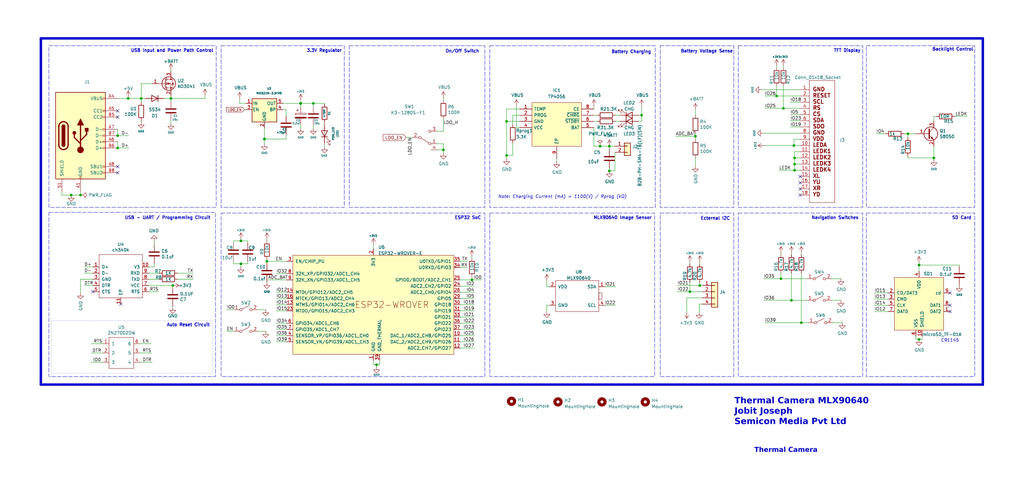
<source format=kicad_sch>
(kicad_sch (version 20230121) (generator eeschema)
  (paper "User" 419.989 205.003)
  (lib_symbols
    (symbol "Connector_Generic:Conn_01x02" (pin_names (offset 1.016) hide)
      (property "Reference" "J" (at 0 2.54 0))
      (property "Value" "Conn_01x02" (at 0 -5.08 0))
      (symbol "Conn_01x02_1_1"
        (pin passive line (at -5.08 0 0) (length 3.81) (name "Pin_1") (number "1"))
        (pin passive line (at -5.08 -2.54 0) (length 3.81) (name "Pin_2") (number "2"))
      )
    )
    (symbol "Connector_Generic:Conn_01x04" (pin_names (offset 1.016) hide)
      (property "Reference" "J" (at 0 5.08 0))
      (property "Value" "Conn_01x04" (at 0 -7.62 0))
      (symbol "Conn_01x04_1_1"
        (pin passive line (at -5.08 2.54 0) (length 3.81) (name "Pin_1") (number "1"))
        (pin passive line (at -5.08 0 0) (length 3.81) (name "Pin_2") (number "2"))
        (pin passive line (at -5.08 -2.54 0) (length 3.81) (name "Pin_3") (number "3"))
        (pin passive line (at -5.08 -5.08 0) (length 3.81) (name "Pin_4") (number "4"))
      )
    )
    (symbol "Device:C" (pin_numbers hide) (pin_names (offset 0.254))
      (property "Reference" "C" (at 0.635 2.54 0))
      (property "Value" "C" (at 0.635 -2.54 0))
      (symbol "C_1_1"
        (pin passive line (at 0 3.81 270) (length 2.794) (name "~") (number "1"))
        (pin passive line (at 0 -3.81 90) (length 2.794) (name "~") (number "2"))
      )
    )
    (symbol "Device:C_Polarized" (pin_numbers hide) (pin_names (offset 0.254))
      (property "Reference" "C" (at 0.635 2.54 0))
      (property "Value" "C_Polarized" (at 0.635 -2.54 0))
      (symbol "C_Polarized_1_1"
        (pin passive line (at 0 3.81 270) (length 2.794) (name "~") (number "1"))
        (pin passive line (at 0 -3.81 90) (length 2.794) (name "~") (number "2"))
      )
    )
    (symbol "Device:LED" (pin_numbers hide) (pin_names (offset 1.016) hide)
      (property "Reference" "D" (at 0 2.54 0))
      (property "Value" "LED" (at 0 -2.54 0))
      (symbol "LED_1_1"
        (pin passive line (at -3.81 0 0) (length 2.54) (name "K") (number "1"))
        (pin passive line (at 3.81 0 180) (length 2.54) (name "A") (number "2"))
      )
    )
    (symbol "Device:R" (pin_numbers hide) (pin_names (offset 0))
      (property "Reference" "R" (at 2.032 0 90))
      (property "Value" "R" (at 0 0 90))
      (symbol "R_1_1"
        (pin passive line (at 0 3.81 270) (length 1.27) (name "~") (number "1"))
        (pin passive line (at 0 -3.81 90) (length 1.27) (name "~") (number "2"))
      )
    )
    (symbol "Diode:US1A" (pin_numbers hide) (pin_names (offset 1.016) hide)
      (property "Reference" "D" (at 0 2.54 0))
      (property "Value" "US1A" (at 0 -2.54 0))
      (symbol "US1A_1_1"
        (pin passive line (at -3.81 0 0) (length 2.54) (name "K") (number "1"))
        (pin passive line (at 3.81 0 180) (length 2.54) (name "A") (number "2"))
      )
    )
    (symbol "ESP32_TouchDown:DMG3415U-7" (pin_names (offset 0) hide)
      (property "Reference" "Q" (at 5.08 1.27 0))
      (property "Value" "DMG3415U-7" (at 5.08 -1.27 0))
      (symbol "DMG3415U-7_1_1"
        (pin input line (at -5.08 0 0) (length 2.54) (name "G") (number "1"))
        (pin passive line (at 2.54 -5.08 90) (length 2.54) (name "S") (number "2"))
        (pin passive line (at 2.54 5.08 270) (length 2.54) (name "D") (number "3"))
      )
    )
    (symbol "ESP32_TouchDown:LGES8050" (pin_names (offset 0) hide)
      (property "Reference" "Q" (at 5.08 1.905 0))
      (property "Value" "LGES8050" (at 5.08 0 0))
      (symbol "LGES8050_1_1"
        (pin passive line (at -5.08 0 0) (length 5.08) (name "E") (number "1"))
        (pin input line (at 2.54 -5.08 90) (length 2.54) (name "B") (number "2"))
        (pin passive line (at 2.54 5.08 270) (length 2.54) (name "C") (number "3"))
      )
    )
    (symbol "ESP32_TouchDown:microSD_TF-01A" (pin_names (offset 1.016))
      (property "Reference" "SD" (at 0 17.78 0))
      (property "Value" "microSD_TF-01A" (at 12.7 -13.97 0))
      (symbol "microSD_TF-01A_1_1"
        (pin bidirectional line (at 12.7 -5.08 180) (length 2.54) (name "DAT2") (number "1"))
        (pin unspecified line (at 1.27 -15.24 90) (length 2.54) (name "SHIELD") (number "10"))
        (pin bidirectional line (at -12.7 2.54 0) (length 2.54) (name "CD/DAT3") (number "2"))
        (pin bidirectional line (at -12.7 0 0) (length 2.54) (name "CMD") (number "3"))
        (pin power_in line (at 0 11.43 270) (length 2.54) (name "VDD") (number "4"))
        (pin bidirectional line (at -12.7 -2.54 0) (length 2.54) (name "CLK") (number "5"))
        (pin power_out line (at -1.27 -15.24 90) (length 2.54) (name "VSS") (number "6"))
        (pin bidirectional line (at -12.7 -5.08 0) (length 2.54) (name "DAT0") (number "7"))
        (pin power_in line (at 12.7 -2.54 180) (length 2.54) (name "DAT1") (number "8"))
        (pin input line (at 12.7 2.54 180) (length 2.54) (name "cd") (number "9"))
      )
    )
    (symbol "Espressif:ESP32-WROOM-E" (pin_names (offset 1.016))
      (property "Reference" "U" (at -30.48 27.94 0))
      (property "Value" "ESP32-WROOM-E" (at -30.48 25.4 0))
      (symbol "ESP32-WROOM-E_1_1"
        (text "ESP32-­WROOM­" (at 5.08 -5.08 0) (effects (font (size 2.54 2.54))))
        (pin power_in line (at 0 -25.4 90) (length 2.54) (name "GND") (number "1"))
        (pin bidirectional line (at 33.02 -15.24 180) (length 2.54) (name "DAC_1/ADC2_CH8/GPIO25") (number "10"))
        (pin bidirectional line (at 33.02 -17.78 180) (length 2.54) (name "DAC_2/ADC2_CH9/GPIO26") (number "11"))
        (pin bidirectional line (at 33.02 -20.32 180) (length 2.54) (name "ADC2_CH7/GPIO27") (number "12"))
        (pin bidirectional line (at -33.02 2.54 0) (length 2.54) (name "MTMS/GPIO14/ADC2_CH6") (number "13"))
        (pin bidirectional line (at -33.02 7.62 0) (length 2.54) (name "MTDI/GPIO12/ADC2_CH5") (number "14"))
        (pin passive line (at 0 -25.4 90) (length 2.54) hide (name "GND") (number "15"))
        (pin bidirectional line (at -33.02 5.08 0) (length 2.54) (name "MTCK/GPIO13/ADC2_CH4") (number "16"))
        (pin power_in line (at 0 25.4 270) (length 2.54) (name "3V3") (number "2"))
        (pin bidirectional line (at -33.02 0 0) (length 2.54) (name "MTDO/GPIO15/ADC2_CH3") (number "23"))
        (pin bidirectional line (at 33.02 10.16 180) (length 2.54) (name "ADC2_CH2/GPIO2") (number "24"))
        (pin bidirectional line (at 33.02 12.7 180) (length 2.54) (name "GPIO0/BOOT/ADC2_CH1") (number "25"))
        (pin bidirectional line (at 33.02 7.62 180) (length 2.54) (name "ADC2_CH0/GPIO4") (number "26"))
        (pin bidirectional line (at 33.02 2.54 180) (length 2.54) (name "GPIO16") (number "27"))
        (pin bidirectional line (at 33.02 0 180) (length 2.54) (name "GPIO17") (number "28"))
        (pin bidirectional line (at 33.02 5.08 180) (length 2.54) (name "GPIO5") (number "29"))
        (pin input line (at -33.02 20.32 0) (length 2.54) (name "EN/CHIP_PU") (number "3"))
        (pin bidirectional line (at 33.02 -2.54 180) (length 2.54) (name "GPIO18") (number "30"))
        (pin bidirectional line (at 33.02 -5.08 180) (length 2.54) (name "GPIO19") (number "31"))
        (pin bidirectional line (at 33.02 -7.62 180) (length 2.54) (name "GPIO21") (number "33"))
        (pin bidirectional line (at 33.02 17.78 180) (length 2.54) (name "U0RXD/GPIO3") (number "34"))
        (pin bidirectional line (at 33.02 20.32 180) (length 2.54) (name "U0TXD/GPIO1") (number "35"))
        (pin bidirectional line (at 33.02 -10.16 180) (length 2.54) (name "GPIO22") (number "36"))
        (pin bidirectional line (at 33.02 -12.7 180) (length 2.54) (name "GPIO23") (number "37"))
        (pin passive line (at 0 -25.4 90) (length 2.54) hide (name "GND") (number "38"))
        (pin power_in line (at 2.54 -25.4 90) (length 2.54) (name "GND_THERMAL") (number "39"))
        (pin input line (at -33.02 -10.16 0) (length 2.54) (name "SENSOR_VP/GPIO36/ADC1_CH0") (number "4"))
        (pin input line (at -33.02 -12.7 0) (length 2.54) (name "SENSOR_VN/GPIO39/ADC1_CH3") (number "5"))
        (pin input line (at -33.02 -5.08 0) (length 2.54) (name "GPIO34/ADC1_CH6") (number "6"))
        (pin input line (at -33.02 -7.62 0) (length 2.54) (name "GPIO35/ADC1_CH7") (number "7"))
        (pin bidirectional line (at -33.02 15.24 0) (length 2.54) (name "32K_XP/GPIO32/ADC1_CH4") (number "8"))
        (pin bidirectional line (at -33.02 12.7 0) (length 2.54) (name "32K_XN/GPIO33/ADC1_CH5") (number "9"))
      )
    )
    (symbol "Espressif:ESP32-WROVER-E" (pin_names (offset 1.016))
      (property "Reference" "U" (at -30.48 25.4 0))
      (property "Value" "ESP32-WROVER-E" (at -30.48 22.86 0))
      (symbol "ESP32-WROVER-E_1_1"
        (text "ESP32-­WROVER" (at 7.62 0 0) (effects (font (size 2.54 2.54))))
        (pin power_in line (at 0 -22.86 90) (length 2.54) (name "GND") (number "1"))
        (pin bidirectional line (at 35.56 -12.7 180) (length 2.54) (name "DAC_1/ADC2_CH8/GPIO25") (number "10"))
        (pin bidirectional line (at 35.56 -15.24 180) (length 2.54) (name "DAC_2/ADC2_CH9/GPIO26") (number "11"))
        (pin bidirectional line (at 35.56 -17.78 180) (length 2.54) (name "ADC2_CH7/GPIO27") (number "12"))
        (pin bidirectional line (at -35.56 0 0) (length 2.54) (name "MTMS/GPIO14/ADC2_CH6") (number "13"))
        (pin bidirectional line (at -35.56 5.08 0) (length 2.54) (name "MTDI/GPIO12/ADC2_CH5") (number "14"))
        (pin passive line (at 0 -22.86 90) (length 2.54) hide (name "GND") (number "15"))
        (pin bidirectional line (at -35.56 2.54 0) (length 2.54) (name "MTCK/GPIO13/ADC2_CH4") (number "16"))
        (pin power_in line (at 0 22.86 270) (length 2.54) (name "3V3") (number "2"))
        (pin bidirectional line (at -35.56 -2.54 0) (length 2.54) (name "MTDO/GPIO15/ADC2_CH3") (number "23"))
        (pin bidirectional line (at 35.56 7.62 180) (length 2.54) (name "ADC2_CH2/GPIO2") (number "24"))
        (pin bidirectional line (at 35.56 10.16 180) (length 2.54) (name "GPIO0/BOOT/ADC2_CH1") (number "25"))
        (pin bidirectional line (at 35.56 5.08 180) (length 2.54) (name "ADC2_CH0/GPIO4") (number "26"))
        (pin bidirectional line (at 35.56 2.54 180) (length 2.54) (name "GPIO5") (number "29"))
        (pin input line (at -35.56 17.78 0) (length 2.54) (name "EN/CHIP_PU") (number "3"))
        (pin bidirectional line (at 35.56 0 180) (length 2.54) (name "GPIO18") (number "30"))
        (pin bidirectional line (at 35.56 -2.54 180) (length 2.54) (name "GPIO19") (number "31"))
        (pin bidirectional line (at 35.56 -5.08 180) (length 2.54) (name "GPIO21") (number "33"))
        (pin bidirectional line (at 35.56 15.24 180) (length 2.54) (name "U0RXD/GPIO3") (number "34"))
        (pin bidirectional line (at 35.56 17.78 180) (length 2.54) (name "U0TXD/GPIO1") (number "35"))
        (pin bidirectional line (at 35.56 -7.62 180) (length 2.54) (name "GPIO22") (number "36"))
        (pin bidirectional line (at 35.56 -10.16 180) (length 2.54) (name "GPIO23") (number "37"))
        (pin passive line (at 0 -22.86 90) (length 2.54) hide (name "GND") (number "38"))
        (pin power_in line (at 2.54 -22.86 90) (length 2.54) (name "GND_THERMAL") (number "39"))
        (pin input line (at -35.56 -12.7 0) (length 2.54) (name "SENSOR_VP/GPIO36/ADC1_CH0") (number "4"))
        (pin input line (at -35.56 -15.24 0) (length 2.54) (name "SENSOR_VN/GPIO39/ADC1_CH3") (number "5"))
        (pin input line (at -35.56 -7.62 0) (length 2.54) (name "GPIO34/ADC1_CH6") (number "6"))
        (pin input line (at -35.56 -10.16 0) (length 2.54) (name "GPIO35/ADC1_CH7") (number "7"))
        (pin bidirectional line (at -35.56 12.7 0) (length 2.54) (name "32K_XP/GPIO32/ADC1_CH4") (number "8"))
        (pin bidirectional line (at -35.56 10.16 0) (length 2.54) (name "32K_XN/GPIO33/ADC1_CH5") (number "9"))
      )
    )
    (symbol "ILI9341:ILI9341" (pin_names (offset 1.016) hide)
      (property "Reference" "J" (at 1.27 22.86 0))
      (property "Value" "Conn_01x18_Socket" (at 0 -25.4 0))
      (symbol "ILI9341_1_1"
        (text "GND\nRESET\nSCL\nRS\nCS\nSDA\nSDO\nGND\nVDD\nLEDA\nLEDK1\nLEDK2\nLEDK3\nLEDK4\nXL\nYU\nXR\nYD" (at 1.27 -1.016 0) (effects (font (size 1.5748 1.5748) bold) (justify left)))
        (pin passive line (at -3.81 20.32 0) (length 3.81) (name "GND") (number "1"))
        (pin passive line (at -3.81 -2.54 0) (length 3.81) (name "LEDA") (number "10"))
        (pin passive line (at -3.81 -5.08 0) (length 3.81) (name "LEDK1") (number "11"))
        (pin passive line (at -3.81 -7.62 0) (length 3.81) (name "LEDK2") (number "12"))
        (pin passive line (at -3.81 -10.16 0) (length 3.81) (name "LEDK3") (number "13"))
        (pin passive line (at -3.81 -12.7 0) (length 3.81) (name "LEDK4") (number "14"))
        (pin passive line (at -3.81 -15.24 0) (length 3.81) (name "XL") (number "15"))
        (pin passive line (at -3.81 -17.78 0) (length 3.81) (name "YU") (number "16"))
        (pin passive line (at -3.81 -20.32 0) (length 3.81) (name "XR") (number "17"))
        (pin passive line (at -3.81 -22.86 0) (length 3.81) (name "YD") (number "18"))
        (pin passive line (at -3.81 17.78 0) (length 3.81) (name "RESET") (number "2"))
        (pin passive line (at -3.81 15.24 0) (length 3.81) (name "SCL") (number "3"))
        (pin passive line (at -3.81 12.7 0) (length 3.81) (name "RS") (number "4"))
        (pin passive line (at -3.81 10.16 0) (length 3.81) (name "CS") (number "5"))
        (pin passive line (at -3.81 7.62 0) (length 3.81) (name "SDA") (number "6"))
        (pin passive line (at -3.81 5.08 0) (length 3.81) (name "SDO") (number "7"))
        (pin passive line (at -3.81 2.54 0) (length 3.81) (name "GND") (number "8"))
        (pin passive line (at -3.81 0 0) (length 3.81) (name "VDD") (number "9"))
      )
    )
    (symbol "MLX90640:MLX90640" (pin_names (offset 1.016))
      (property "Reference" "U" (at 0 -1.27 0))
      (property "Value" "MLX90640" (at 0 1.27 0))
      (symbol "MLX90640_1_1"
        (pin bidirectional line (at 11.43 3.81 180) (length 2.54) (name "SDA") (number "1"))
        (pin power_in line (at -11.43 3.81 0) (length 2.54) (name "VDD") (number "2"))
        (pin power_in line (at -11.43 -3.81 0) (length 2.54) (name "GND") (number "3"))
        (pin bidirectional line (at 11.43 -3.81 180) (length 2.54) (name "SCL") (number "4"))
      )
    )
    (symbol "Mechanical:MountingHole" (pin_names (offset 1.016))
      (property "Reference" "H" (at 0 5.08 0))
      (property "Value" "MountingHole" (at 0 3.175 0))
    )
    (symbol "Regulator_Linear:MIC5219-3.3YM5" (pin_names (offset 0.254))
      (property "Reference" "U" (at -3.81 5.715 0))
      (property "Value" "MIC5219-3.3YM5" (at 0 5.715 0))
      (symbol "MIC5219-3.3YM5_1_1"
        (pin power_in line (at -7.62 2.54 0) (length 2.54) (name "IN") (number "1"))
        (pin power_in line (at 0 -7.62 90) (length 2.54) (name "GND") (number "2"))
        (pin input line (at -7.62 0 0) (length 2.54) (name "EN") (number "3"))
        (pin input line (at 7.62 0 180) (length 2.54) (name "BP") (number "4"))
        (pin power_out line (at 7.62 2.54 180) (length 2.54) (name "OUT") (number "5"))
      )
    )
    (symbol "Switch:SW_SPDT" (pin_names (offset 0) hide)
      (property "Reference" "SW3" (at -6.35 -12.7 0))
      (property "Value" "K3-1280S-F1 " (at -6.35 -10.16 0))
      (symbol "SW_SPDT_1_1"
        (pin passive line (at 5.08 2.54 180) (length 2.54) (name "A") (number "1"))
        (pin passive line (at -5.08 0 0) (length 2.54) (name "B") (number "2"))
        (pin passive line (at 5.08 -2.54 180) (length 2.54) (name "C") (number "3"))
        (pin input line (at 5.08 5.08 180) (length 2.54) (name "4") (number "4"))
      )
    )
    (symbol "Switch:SW_SPST" (pin_names (offset 0) hide)
      (property "Reference" "SW" (at 0 3.175 0))
      (property "Value" "SW_SPST" (at 0 -2.54 0))
      (symbol "SW_SPST_1_1"
        (pin passive line (at -5.08 0 0) (length 2.54) (name "A") (number "1"))
        (pin passive line (at 5.08 0 180) (length 2.54) (name "B") (number "2"))
      )
    )
    (symbol "TP4056-42-ESOP8:TP4056-42-ESOP8" (pin_names (offset 0.762))
      (property "Reference" "IC?" (at 15.24 7.62 0))
      (property "Value" "TP4056" (at 15.24 5.08 0))
      (symbol "TP4056-42-ESOP8_0_0"
        (pin passive line (at 0 0 0) (length 5.08) (name "TEMP") (number "1"))
        (pin passive line (at 0 -2.54 0) (length 5.08) (name "PROG") (number "2"))
        (pin passive line (at 0 -5.08 0) (length 5.08) (name "GND") (number "3"))
        (pin passive line (at 0 -7.62 0) (length 5.08) (name "VCC") (number "4"))
        (pin passive line (at 30.48 -7.62 180) (length 5.08) (name "BAT") (number "5"))
        (pin passive line (at 30.48 -5.08 180) (length 5.08) (name "~{STDBY}") (number "6"))
        (pin passive line (at 30.48 -2.54 180) (length 5.08) (name "~{CHRG}") (number "7"))
        (pin passive line (at 30.48 0 180) (length 5.08) (name "CE") (number "8"))
        (pin passive line (at 15.24 -20.32 90) (length 5.08) (name "EP") (number "9"))
      )
    )
    (symbol "downloader-rescue:DDC114TU-7-F-my" (pin_names (offset 1.016))
      (property "Reference" "U" (at 0 10.16 0))
      (property "Value" "DDC114TU-7-F-my" (at 0 7.62 0))
      (symbol "DDC114TU-7-F-my_1_1"
        (pin passive line (at -7.62 3.81 0) (length 2.54) (name "1") (number "1"))
        (pin passive line (at -7.62 0 0) (length 2.54) (name "2") (number "2"))
        (pin passive line (at -7.62 -3.81 0) (length 2.54) (name "3") (number "3"))
        (pin passive line (at 7.62 -3.81 180) (length 2.54) (name "4") (number "4"))
        (pin passive line (at 7.62 0 180) (length 2.54) (name "5") (number "5"))
        (pin passive line (at 7.62 3.81 180) (length 2.54) (name "6") (number "6"))
      )
    )
    (symbol "downloader-rescue:USB_C_Receptacle_USB2.0-Connector" (pin_names (offset 1.016))
      (property "Reference" "J" (at -10.16 19.05 0))
      (property "Value" "USB_C_Receptacle_USB2.0-Connector" (at 19.05 19.05 0))
      (symbol "USB_C_Receptacle_USB2.0-Connector_1_1"
        (pin power_in line (at 0 -22.86 90) (length 5.08) (name "GND") (number "A1"))
        (pin passive line (at 0 -22.86 90) (length 5.08) hide (name "GND") (number "A12"))
        (pin power_in line (at 15.24 15.24 180) (length 5.08) (name "VBUS") (number "A4"))
        (pin bidirectional line (at 15.24 10.16 180) (length 5.08) (name "CC1") (number "A5"))
        (pin bidirectional line (at 15.24 -2.54 180) (length 5.08) (name "D+") (number "A6"))
        (pin bidirectional line (at 15.24 2.54 180) (length 5.08) (name "D-") (number "A7"))
        (pin bidirectional line (at 15.24 -12.7 180) (length 5.08) (name "SBU1") (number "A8"))
        (pin passive line (at 15.24 15.24 180) (length 5.08) hide (name "VBUS") (number "A9"))
        (pin passive line (at 0 -22.86 90) (length 5.08) hide (name "GND") (number "B1"))
        (pin passive line (at 0 -22.86 90) (length 5.08) hide (name "GND") (number "B12"))
        (pin passive line (at 15.24 15.24 180) (length 5.08) hide (name "VBUS") (number "B4"))
        (pin bidirectional line (at 15.24 7.62 180) (length 5.08) (name "CC2") (number "B5"))
        (pin bidirectional line (at 15.24 -5.08 180) (length 5.08) (name "D+") (number "B6"))
        (pin bidirectional line (at 15.24 0 180) (length 5.08) (name "D-") (number "B7"))
        (pin bidirectional line (at 15.24 -15.24 180) (length 5.08) (name "SBU2") (number "B8"))
        (pin passive line (at 15.24 15.24 180) (length 5.08) hide (name "VBUS") (number "B9"))
        (pin passive line (at -7.62 -22.86 90) (length 5.08) (name "SHIELD") (number "S1"))
      )
    )
    (symbol "downloader-rescue:ch340k-my" (pin_names (offset 1.016))
      (property "Reference" "U" (at 0 12.7 0))
      (property "Value" "ch340k-my" (at 0 10.16 0))
      (symbol "ch340k-my_1_1"
        (pin passive line (at -11.43 3.81 0) (length 2.54) (name "D+") (number "1"))
        (pin passive line (at 11.43 3.81 180) (length 2.54) (name "V3") (number "10"))
        (pin input line (at 0 -11.43 90) (length 2.54) (name "EP") (number "11"))
        (pin passive line (at -11.43 1.27 0) (length 2.54) (name "D-") (number "2"))
        (pin passive line (at -11.43 -1.27 0) (length 2.54) (name "GND") (number "3"))
        (pin passive line (at -11.43 -3.81 0) (length 2.54) (name "DTR") (number "4"))
        (pin passive line (at -11.43 -6.35 0) (length 2.54) (name "CTS") (number "5"))
        (pin passive line (at 11.43 -6.35 180) (length 2.54) (name "RTS") (number "6"))
        (pin passive line (at 11.43 -3.81 180) (length 2.54) (name "VCC") (number "7"))
        (pin passive line (at 11.43 -1.27 180) (length 2.54) (name "TXD") (number "8"))
        (pin passive line (at 11.43 1.27 180) (length 2.54) (name "RXD") (number "9"))
      )
    )
    (symbol "power:+3V3" (power) (pin_names (offset 0))
      (property "Value" "+3V3" (at 0 3.556 0))
      (symbol "+3V3_1_1"
        (pin power_in line (at 0 0 90) (length 0) hide (name "+3V3") (number "1"))
      )
    )
    (symbol "power:+5V" (power) (pin_names (offset 0))
      (property "Value" "+5V" (at 0 3.556 0))
      (symbol "+5V_1_1"
        (pin power_in line (at 0 0 90) (length 0) hide (name "+5V") (number "1"))
      )
    )
    (symbol "power:+BATT" (power) (pin_names (offset 0))
      (property "Value" "+BATT" (at 0 3.556 0))
      (symbol "+BATT_1_1"
        (pin power_in line (at 0 0 90) (length 0) hide (name "+BATT") (number "1"))
      )
    )
    (symbol "power:GND" (power) (pin_names (offset 0))
      (property "Value" "GND" (at 0 -3.81 0))
      (symbol "GND_1_1"
        (pin power_in line (at 0 0 270) (length 0) hide (name "GND") (number "1"))
      )
    )
    (symbol "power:PWR_FLAG" (power) (pin_numbers hide) (pin_names (offset 0) hide)
      (property "Value" "PWR_FLAG" (at 0 3.81 0))
      (symbol "PWR_FLAG_0_0"
        (pin power_out line (at 0 0 90) (length 0) (name "pwr") (number "1"))
      )
    )
    (symbol "power:VBUS" (power) (pin_names (offset 0))
      (property "Value" "VBUS" (at 0 3.81 0))
      (symbol "VBUS_1_1"
        (pin power_in line (at 0 0 90) (length 0) hide (name "VBUS") (number "1"))
      )
    )
  )
  (junction (at 376.936 108.712))
  (junction (at 33.02 80.01))
  (junction (at 249.936 59.944))
  (junction (at 246.126 59.944))
  (junction (at 98.806 108.204))
  (junction (at 154.432 149.606))
  (junction (at 320.294 114.3))
  (junction (at 321.31 44.45))
  (junction (at 325.882 64.77))
  (junction (at 108.458 57.023) (diameter 1.016))
  (junction (at 287.02 117.094))
  (junction (at 98.806 98.806))
  (junction (at 29.21 80.01))
  (junction (at 109.474 107.188))
  (junction (at 123.317 42.418) (diameter 1.016))
  (junction (at 324.612 123.19))
  (junction (at 328.676 132.334))
  (junction (at 48.26 55.626))
  (junction (at 325.882 67.31))
  (junction (at 285.242 55.88))
  (junction (at 282.956 119.634))
  (junction (at 70.866 117.094))
  (junction (at 207.772 63.754))
  (junction (at 383.032 64.77))
  (junction (at 193.548 114.808))
  (junction (at 372.364 54.864))
  (junction (at 249.936 70.104))
  (junction (at 57.912 40.386))
  (junction (at 263.144 47.244))
  (junction (at 70.104 40.386))
  (junction (at 325.882 69.85))
  (junction (at 63.754 328.676))
  (junction (at 181.864 61.468))
  (junction (at 207.772 49.784))
  (junction (at 318.516 39.37))
  (junction (at 48.26 60.706))
  (junction (at 325.628 59.69))
  (junction (at 376.936 139.192))
  (junction (at 128.524 42.418))
  (junction (at 52.578 40.386))
  (no_connect (at 389.636 125.222))
  (no_connect (at 48.26 48.006))
  (no_connect (at 48.26 45.466))
  (no_connect (at 328.168 74.93))
  (no_connect (at 49.53 124.714))
  (no_connect (at 328.168 80.01))
  (no_connect (at 328.168 72.39))
  (no_connect (at 389.636 120.142))
  (no_connect (at 95.504 299.974))
  (no_connect (at 48.26 68.326))
  (no_connect (at 48.26 70.866))
  (no_connect (at 38.1 119.634))
  (no_connect (at 389.636 127.762))
  (no_connect (at 328.168 77.47))
  (no_connect (at 95.504 302.514))
  (wire (pts (xy 282.956 115.824) (xy 282.956 119.634)))
  (wire (pts (xy 57.912 40.386) (xy 57.912 41.91)))
  (wire (pts (xy 228.346 66.294) (xy 228.346 65.024)))
  (wire (pts (xy 194.564 132.588) (xy 188.722 132.588)))
  (wire (pts (xy 48.26 58.166) (xy 48.26 60.706)))
  (polyline (pts (xy 403.098 15.748) (xy 403.098 157.734)) (stroke (width 1)))
  (wire (pts (xy 98.806 98.044) (xy 98.806 98.806)))
  (wire (pts (xy 372.364 64.77) (xy 383.032 64.77)))
  (wire (pts (xy 207.772 63.754) (xy 207.772 65.024)))
  (wire (pts (xy 101.346 315.214) (xy 95.504 315.214)))
  (wire (pts (xy 277.876 119.634) (xy 282.956 119.634)))
  (wire (pts (xy 113.284 119.888) (xy 117.602 119.888)))
  (wire (pts (xy 25.146 297.434) (xy 29.464 297.434)))
  (wire (pts (xy 101.346 289.814) (xy 95.504 289.814)))
  (wire (pts (xy 181.864 48.768) (xy 181.864 53.848)))
  (wire (pts (xy 393.446 117.094) (xy 393.446 116.84)))
  (wire (pts (xy 100.33 44.958) (xy 100.838 44.958)))
  (wire (pts (xy 113.284 124.968) (xy 117.602 124.968)))
  (wire (pts (xy 153.162 149.606) (xy 154.432 149.606)))
  (wire (pts (xy 62.484 276.098) (xy 62.484 277.114)))
  (wire (pts (xy 109.474 107.188) (xy 109.474 107.95)))
  (wire (pts (xy 324.612 103.632) (xy 324.612 104.394)))
  (wire (pts (xy 60.96 117.094) (xy 70.866 117.094)))
  (wire (pts (xy 101.346 320.294) (xy 95.504 320.294)))
  (wire (pts (xy 341.63 132.334) (xy 345.44 132.334)))
  (wire (pts (xy 375.666 139.192) (xy 376.936 139.192)))
  (wire (pts (xy 285.242 68.072) (xy 285.242 64.77)))
  (wire (pts (xy 57.404 140.97) (xy 61.976 140.97)))
  (wire (pts (xy 372.364 64.008) (xy 372.364 64.77)))
  (wire (pts (xy 318.516 39.37) (xy 328.168 39.37)))
  (wire (pts (xy 288.036 117.094) (xy 287.02 117.094)))
  (wire (pts (xy 325.882 64.77) (xy 328.168 64.77)))
  (wire (pts (xy 25.146 282.194) (xy 29.464 282.194)))
  (wire (pts (xy 287.02 115.824) (xy 287.02 117.094)))
  (wire (pts (xy 213.106 52.324) (xy 211.836 52.324)))
  (wire (pts (xy 243.586 47.244) (xy 244.856 47.244)))
  (wire (pts (xy 318.516 35.306) (xy 318.516 39.37)))
  (wire (pts (xy 113.284 137.668) (xy 117.602 137.668)))
  (wire (pts (xy 325.882 62.23) (xy 325.882 64.77)))
  (wire (pts (xy 372.364 54.864) (xy 372.364 56.388)))
  (wire (pts (xy 101.346 305.054) (xy 95.504 305.054)))
  (wire (pts (xy 60.96 112.014) (xy 65.278 112.014)))
  (wire (pts (xy 123.317 42.418) (xy 128.524 42.418)))
  (wire (pts (xy 25.4 78.486) (xy 25.4 80.01)))
  (wire (pts (xy 277.114 55.88) (xy 285.242 55.88)))
  (wire (pts (xy 101.346 294.894) (xy 95.504 294.894)))
  (wire (pts (xy 48.26 55.626) (xy 52.832 55.626)))
  (wire (pts (xy 285.242 55.88) (xy 285.242 57.15)))
  (wire (pts (xy 359.41 54.864) (xy 363.22 54.864)))
  (wire (pts (xy 325.628 59.69) (xy 328.168 59.69)))
  (wire (pts (xy 194.564 117.348) (xy 188.722 117.348)))
  (wire (pts (xy 113.284 135.128) (xy 117.602 135.128)))
  (wire (pts (xy 63.754 328.676) (xy 63.754 330.2)))
  (wire (pts (xy 341.122 123.19) (xy 344.932 123.19)))
  (wire (pts (xy 101.092 282.194) (xy 95.504 282.194)))
  (wire (pts (xy 109.474 106.426) (xy 109.474 107.188)))
  (wire (pts (xy 243.586 43.434) (xy 243.586 44.704)))
  (wire (pts (xy 383.032 47.752) (xy 383.032 49.784)))
  (wire (pts (xy 70.104 49.276) (xy 70.104 50.546)))
  (wire (pts (xy 249.936 70.104) (xy 249.936 68.834)))
  (wire (pts (xy 384.048 47.752) (xy 383.032 47.752)))
  (wire (pts (xy 344.932 114.3) (xy 341.122 114.3)))
  (wire (pts (xy 117.348 47.498) (xy 117.348 44.958)))
  (wire (pts (xy 282.956 119.634) (xy 288.036 119.634)))
  (wire (pts (xy 383.032 65.532) (xy 383.032 64.77)))
  (wire (pts (xy 153.162 100.33) (xy 153.162 102.108)))
  (wire (pts (xy 321.31 44.45) (xy 328.168 44.45)))
  (wire (pts (xy 194.564 127.508) (xy 188.722 127.508)))
  (wire (pts (xy 194.564 137.668) (xy 188.722 137.668)))
  (wire (pts (xy 84.074 40.386) (xy 70.104 40.386)))
  (wire (pts (xy 358.648 122.682) (xy 364.236 122.682)))
  (wire (pts (xy 25.146 307.594) (xy 29.464 307.594)))
  (wire (pts (xy 70.104 39.37) (xy 70.104 40.386)))
  (wire (pts (xy 123.317 42.418) (xy 123.317 43.688)))
  (wire (pts (xy 57.912 34.29) (xy 57.912 40.386)))
  (wire (pts (xy 101.346 312.674) (xy 95.504 312.674)))
  (wire (pts (xy 154.432 149.606) (xy 154.432 150.368)))
  (wire (pts (xy 324.612 112.014) (xy 324.612 123.19)))
  (wire (pts (xy 33.02 114.554) (xy 33.02 120.142)))
  (wire (pts (xy 281.686 128.016) (xy 281.686 122.174)))
  (wire (pts (xy 101.346 317.754) (xy 95.504 317.754)))
  (wire (pts (xy 105.918 135.89) (xy 108.966 135.89)))
  (wire (pts (xy 52.578 40.386) (xy 57.912 40.386)))
  (wire (pts (xy 287.02 117.094) (xy 277.876 117.094)))
  (wire (pts (xy 324.104 49.53) (xy 328.168 49.53)))
  (wire (pts (xy 117.348 44.958) (xy 116.078 44.958)))
  (wire (pts (xy 101.6 108.204) (xy 101.6 107.188)))
  (wire (pts (xy 194.564 142.748) (xy 188.722 142.748)))
  (wire (pts (xy 364.236 120.142) (xy 358.648 120.142)))
  (wire (pts (xy 42.164 144.78) (xy 37.338 144.78)))
  (wire (pts (xy 282.956 107.442) (xy 282.956 108.204)))
  (wire (pts (xy 109.474 98.044) (xy 109.474 98.806)))
  (wire (pts (xy 25.146 312.674) (xy 29.464 312.674)))
  (wire (pts (xy 191.77 107.188) (xy 188.722 107.188)))
  (wire (pts (xy 109.474 107.188) (xy 117.602 107.188)))
  (wire (pts (xy 25.146 310.134) (xy 29.464 310.134)))
  (wire (pts (xy 113.284 112.268) (xy 117.602 112.268)))
  (wire (pts (xy 48.26 60.706) (xy 52.832 60.706)))
  (wire (pts (xy 210.312 51.054) (xy 210.312 47.244)))
  (wire (pts (xy 243.586 49.784) (xy 244.856 49.784)))
  (wire (pts (xy 194.564 124.968) (xy 188.722 124.968)))
  (wire (pts (xy 224.282 125.222) (xy 224.282 127.762)))
  (wire (pts (xy 48.26 53.086) (xy 48.26 55.626)))
  (wire (pts (xy 194.564 130.048) (xy 188.722 130.048)))
  (wire (pts (xy 328.676 112.014) (xy 328.676 132.334)))
  (wire (pts (xy 376.936 107.696) (xy 376.936 108.712)))
  (wire (pts (xy 155.702 147.828) (xy 155.702 149.606)))
  (wire (pts (xy 252.222 62.484) (xy 252.222 70.104)))
  (wire (pts (xy 98.298 42.418) (xy 100.838 42.418)))
  (wire (pts (xy 285.242 44.958) (xy 285.242 47.244)))
  (wire (pts (xy 193.548 105.156) (xy 193.548 105.918)))
  (wire (pts (xy 25.146 299.974) (xy 29.464 299.974)))
  (wire (pts (xy 281.686 122.174) (xy 288.036 122.174)))
  (wire (pts (xy 325.882 64.77) (xy 325.882 67.31)))
  (wire (pts (xy 383.032 64.77) (xy 383.032 59.944)))
  (wire (pts (xy 321.31 35.306) (xy 321.31 44.45)))
  (wire (pts (xy 95.758 135.89) (xy 92.964 135.89)))
  (wire (pts (xy 70.104 28.702) (xy 70.104 29.21)))
  (wire (pts (xy 325.882 67.31) (xy 325.882 69.85)))
  (wire (pts (xy 101.092 284.734) (xy 95.504 284.734)))
  (wire (pts (xy 261.874 47.244) (xy 263.144 47.244)))
  (wire (pts (xy 63.246 100.33) (xy 63.246 99.06)))
  (wire (pts (xy 263.144 43.434) (xy 263.144 47.244)))
  (wire (pts (xy 101.346 307.594) (xy 95.504 307.594)))
  (wire (pts (xy 210.312 47.244) (xy 213.106 47.244)))
  (wire (pts (xy 320.294 114.3) (xy 330.962 114.3)))
  (wire (pts (xy 313.436 59.69) (xy 325.628 59.69)))
  (wire (pts (xy 210.312 63.754) (xy 207.772 63.754)))
  (wire (pts (xy 252.222 70.104) (xy 249.936 70.104)))
  (wire (pts (xy 25.4 80.01) (xy 29.21 80.01)))
  (wire (pts (xy 62.484 328.676) (xy 63.754 328.676)))
  (wire (pts (xy 194.564 119.888) (xy 188.722 119.888)))
  (wire (pts (xy 324.104 41.91) (xy 328.168 41.91)))
  (wire (pts (xy 108.966 127) (xy 105.918 127)))
  (wire (pts (xy 25.146 294.894) (xy 29.464 294.894)))
  (wire (pts (xy 155.702 149.606) (xy 154.432 149.606)))
  (wire (pts (xy 70.866 125.476) (xy 70.866 125.984)))
  (wire (pts (xy 38.1 114.554) (xy 33.02 114.554)))
  (wire (pts (xy 123.317 51.308) (xy 123.317 52.578)))
  (wire (pts (xy 331.47 132.334) (xy 328.676 132.334)))
  (wire (pts (xy 48.26 40.386) (xy 52.578 40.386)))
  (wire (pts (xy 113.284 132.588) (xy 117.602 132.588)))
  (wire (pts (xy 320.294 103.632) (xy 320.294 104.394)))
  (wire (pts (xy 98.298 40.386) (xy 98.298 42.418)))
  (wire (pts (xy 98.806 98.806) (xy 101.6 98.806)))
  (wire (pts (xy 128.524 43.688) (xy 128.524 42.418)))
  (wire (pts (xy 98.806 108.204) (xy 101.6 108.204)))
  (wire (pts (xy 287.02 107.442) (xy 287.02 108.204)))
  (wire (pts (xy 128.524 51.308) (xy 128.524 52.578)))
  (wire (pts (xy 252.476 117.602) (xy 248.158 117.602)))
  (wire (pts (xy 225.298 125.222) (xy 224.282 125.222)))
  (wire (pts (xy 123.317 41.148) (xy 123.317 42.418)))
  (wire (pts (xy 312.42 36.83) (xy 328.168 36.83)))
  (polyline (pts (xy 403.098 157.734) (xy 16.764 157.734)) (stroke (width 1)))
  (wire (pts (xy 113.284 122.428) (xy 117.602 122.428)))
  (wire (pts (xy 169.164 56.388) (xy 166.624 56.388)))
  (wire (pts (xy 330.962 123.19) (xy 324.612 123.19)))
  (wire (pts (xy 153.162 147.828) (xy 153.162 149.606)))
  (wire (pts (xy 98.806 108.204) (xy 98.806 109.474)))
  (wire (pts (xy 52.578 39.878) (xy 52.578 40.386)))
  (wire (pts (xy 63.754 328.676) (xy 65.024 328.676)))
  (wire (pts (xy 109.474 115.824) (xy 109.474 115.57)))
  (wire (pts (xy 375.412 54.864) (xy 372.364 54.864)))
  (wire (pts (xy 95.758 99.568) (xy 95.758 98.806)))
  (wire (pts (xy 179.324 58.928) (xy 181.864 58.928)))
  (wire (pts (xy 95.758 98.806) (xy 98.806 98.806)))
  (wire (pts (xy 181.864 61.468) (xy 181.864 62.738)))
  (polyline (pts (xy 16.764 15.748) (xy 403.098 15.748)) (stroke (width 1)))
  (wire (pts (xy 328.676 132.334) (xy 313.69 132.334)))
  (wire (pts (xy 211.836 43.434) (xy 211.836 52.324)))
  (wire (pts (xy 246.126 59.944) (xy 249.936 59.944)))
  (wire (pts (xy 318.516 26.924) (xy 318.516 27.686)))
  (wire (pts (xy 197.612 114.808) (xy 193.548 114.808)))
  (wire (pts (xy 207.772 49.784) (xy 207.772 63.754)))
  (wire (pts (xy 33.02 80.01) (xy 29.21 80.01)))
  (wire (pts (xy 191.77 109.728) (xy 188.722 109.728)))
  (wire (pts (xy 79.248 114.554) (xy 72.898 114.554)))
  (wire (pts (xy 101.346 297.434) (xy 95.504 297.434)))
  (wire (pts (xy 225.298 117.602) (xy 224.282 117.602)))
  (wire (pts (xy 133.096 42.672) (xy 133.096 42.418)))
  (wire (pts (xy 252.476 49.784) (xy 254.254 49.784)))
  (wire (pts (xy 249.936 59.944) (xy 252.222 59.944)))
  (wire (pts (xy 62.484 327.914) (xy 62.484 328.676)))
  (wire (pts (xy 261.874 49.784) (xy 263.144 49.784)))
  (wire (pts (xy 378.206 139.192) (xy 376.936 139.192)))
  (wire (pts (xy 249.936 59.944) (xy 249.936 61.214)))
  (wire (pts (xy 101.6 98.806) (xy 101.6 99.568)))
  (wire (pts (xy 372.364 54.864) (xy 370.84 54.864)))
  (wire (pts (xy 325.628 57.15) (xy 325.628 59.69)))
  (wire (pts (xy 84.074 39.116) (xy 84.074 40.386)))
  (wire (pts (xy 243.586 59.944) (xy 246.126 59.944)))
  (wire (pts (xy 57.912 40.386) (xy 59.69 40.386)))
  (wire (pts (xy 113.284 127.508) (xy 117.602 127.508)))
  (wire (pts (xy 181.864 40.132) (xy 181.864 41.148)))
  (wire (pts (xy 181.864 58.928) (xy 181.864 61.468)))
  (wire (pts (xy 33.02 78.486) (xy 33.02 80.01)))
  (wire (pts (xy 328.676 103.632) (xy 328.676 104.394)))
  (wire (pts (xy 324.104 46.99) (xy 328.168 46.99)))
  (wire (pts (xy 108.458 57.023) (xy 108.458 58.928)))
  (wire (pts (xy 325.882 69.85) (xy 328.168 69.85)))
  (wire (pts (xy 57.912 50.038) (xy 57.912 49.53)))
  (wire (pts (xy 60.96 109.474) (xy 63.246 109.474)))
  (wire (pts (xy 194.564 135.128) (xy 188.722 135.128)))
  (wire (pts (xy 128.524 42.418) (xy 133.096 42.418)))
  (wire (pts (xy 313.69 44.45) (xy 321.31 44.45)))
  (wire (pts (xy 252.476 125.222) (xy 248.158 125.222)))
  (wire (pts (xy 375.666 137.922) (xy 375.666 139.192)))
  (wire (pts (xy 179.324 53.848) (xy 181.864 53.848)))
  (wire (pts (xy 38.1 112.014) (xy 34.544 112.014)))
  (wire (pts (xy 133.096 50.292) (xy 133.096 51.054)))
  (wire (pts (xy 62.484 34.29) (xy 57.912 34.29)))
  (wire (pts (xy 65.024 328.676) (xy 65.024 327.914)))
  (wire (pts (xy 194.564 140.208) (xy 188.722 140.208)))
  (wire (pts (xy 378.206 137.922) (xy 378.206 139.192)))
  (wire (pts (xy 25.146 287.274) (xy 29.464 287.274)))
  (wire (pts (xy 188.722 114.808) (xy 193.548 114.808)))
  (wire (pts (xy 321.31 26.924) (xy 321.31 27.686)))
  (wire (pts (xy 116.078 42.418) (xy 123.317 42.418)))
  (wire (pts (xy 194.564 122.428) (xy 188.722 122.428)))
  (wire (pts (xy 109.982 114.808) (xy 117.602 114.808)))
  (wire (pts (xy 224.282 117.602) (xy 224.282 115.062)))
  (wire (pts (xy 42.164 140.97) (xy 37.338 140.97)))
  (wire (pts (xy 286.766 128.016) (xy 286.766 124.714)))
  (wire (pts (xy 101.346 322.834) (xy 95.504 322.834)))
  (wire (pts (xy 57.404 144.78) (xy 62.23 144.78)))
  (wire (pts (xy 57.404 148.59) (xy 62.484 148.59)))
  (wire (pts (xy 325.882 67.31) (xy 328.168 67.31)))
  (wire (pts (xy 364.236 125.222) (xy 358.648 125.222)))
  (wire (pts (xy 393.446 108.712) (xy 376.936 108.712)))
  (wire (pts (xy 193.548 113.538) (xy 193.548 114.808)))
  (wire (pts (xy 60.96 114.554) (xy 65.278 114.554)))
  (wire (pts (xy 117.348 57.023) (xy 108.458 57.023)))
  (wire (pts (xy 92.964 127) (xy 95.758 127)))
  (wire (pts (xy 67.31 40.386) (xy 70.104 40.386)))
  (wire (pts (xy 243.586 52.324) (xy 243.586 59.944)))
  (wire (pts (xy 70.104 40.386) (xy 70.104 41.656)))
  (wire (pts (xy 117.348 55.118) (xy 117.348 57.023)))
  (wire (pts (xy 101.346 292.354) (xy 95.504 292.354)))
  (wire (pts (xy 38.1 117.094) (xy 34.544 117.094)))
  (wire (pts (xy 313.69 39.37) (xy 318.516 39.37)))
  (wire (pts (xy 285.242 54.864) (xy 285.242 55.88)))
  (wire (pts (xy 113.284 140.208) (xy 117.602 140.208)))
  (wire (pts (xy 252.476 47.244) (xy 254.254 47.244)))
  (wire (pts (xy 25.146 302.514) (xy 29.464 302.514)))
  (wire (pts (xy 324.104 52.07) (xy 328.168 52.07)))
  (wire (pts (xy 313.182 114.3) (xy 320.294 114.3)))
  (wire (pts (xy 101.346 310.134) (xy 95.504 310.134)))
  (wire (pts (xy 396.748 47.752) (xy 391.668 47.752)))
  (wire (pts (xy 207.772 44.704) (xy 207.772 49.784)))
  (wire (pts (xy 72.898 112.014) (xy 79.248 112.014)))
  (wire (pts (xy 364.236 127.762) (xy 358.648 127.762)))
  (polyline (pts (xy 16.764 157.734) (xy 16.764 15.748)) (stroke (width 1)))
  (wire (pts (xy 313.182 54.61) (xy 328.168 54.61)))
  (wire (pts (xy 60.96 119.634) (xy 65.024 119.634)))
  (wire (pts (xy 210.312 58.674) (xy 210.312 63.754)))
  (wire (pts (xy 179.324 61.468) (xy 181.864 61.468)))
  (wire (pts (xy 38.1 109.474) (xy 34.544 109.474)))
  (wire (pts (xy 63.246 107.95) (xy 63.246 109.474)))
  (wire (pts (xy 376.936 108.712) (xy 376.936 111.252)))
  (wire (pts (xy 133.096 58.674) (xy 133.096 60.198)))
  (wire (pts (xy 25.146 315.214) (xy 29.464 315.214)))
  (wire (pts (xy 328.168 57.15) (xy 325.628 57.15)))
  (wire (pts (xy 263.144 47.244) (xy 263.144 49.784)))
  (wire (pts (xy 328.168 62.23) (xy 325.882 62.23)))
  (wire (pts (xy 95.758 108.204) (xy 98.806 108.204)))
  (wire (pts (xy 213.106 44.704) (xy 207.772 44.704)))
  (wire (pts (xy 324.612 123.19) (xy 313.182 123.19)))
  (wire (pts (xy 42.164 148.59) (xy 37.338 148.59)))
  (wire (pts (xy 319.532 69.85) (xy 325.882 69.85)))
  (wire (pts (xy 393.446 109.22) (xy 393.446 108.712)))
  (wire (pts (xy 70.866 117.094) (xy 70.866 117.856)))
  (wire (pts (xy 21.844 289.814) (xy 29.464 289.814)))
  (wire (pts (xy 213.106 49.784) (xy 207.772 49.784)))
  (wire (pts (xy 108.458 52.578) (xy 108.458 57.023)))
  (wire (pts (xy 95.758 107.188) (xy 95.758 108.204)))
  (wire (pts (xy 320.294 112.014) (xy 320.294 114.3)))
  (wire (pts (xy 286.766 124.714) (xy 288.036 124.714)))
  (rectangle (start 90.678 18.796) (end 141.224 85.09) (stroke (width 0) (type dash)))
  (rectangle (start 200.914 18.796) (end 268.732 85.09) (stroke (width 0) (type dash)))
  (rectangle (start 200.914 87.376) (end 268.478 154.432) (stroke (width 0) (type dash)))
  (rectangle (start 302.768 18.796) (end 353.822 85.09) (stroke (width 0) (type dash)))
  (rectangle (start 90.678 87.376) (end 198.882 154.432) (stroke (width 0) (type dash)))
  (rectangle (start 270.764 87.376) (end 300.99 154.432) (stroke (width 0) (type dash)))
  (rectangle (start 355.346 87.376) (end 399.796 154.432) (stroke (width 0) (type dash)))
  (rectangle (start 20.066 87.122) (end 88.392 154.432) (stroke (width 0) (type dash)))
  (rectangle (start 270.764 18.796) (end 300.99 85.09) (stroke (width 0) (type dash)))
  (rectangle (start 143.256 18.796) (end 198.882 85.09) (stroke (width 0) (type dash)))
  (rectangle (start 302.768 87.376) (end 353.822 154.432) (stroke (width 0) (type dash)))
  (rectangle (start 20.066 18.796) (end 88.646 85.09) (stroke (width 0) (type dash)))
  (rectangle (start 21.082 131.572) (end 87.122 153.162) (stroke (width 0) (type dot)))
  (rectangle (start 355.346 18.796) (end 399.796 85.09) (stroke (width 0) (type dash)))
  (text "Auto Reset Circuit" (at 68.326 134.112 0) (effects (font (size 1.27 1.27) (thickness 0.254) bold) (justify left bottom)))
  (text "Battery Charging" (at 250.698 22.098 0) (effects (font (size 1.27 1.27) (thickness 0.254) bold) (justify left bottom)))
  (text "Navigation Switches\n" (at 332.74 90.17 0) (effects (font (size 1.27 1.27) (thickness 0.254) bold) (justify left bottom)))
  (text "Thermal Camera MLX90640\nJobit Joseph\nSemicon Media Pvt Ltd" (at 301.244 175.26 0) (effects (font (size 2.54 2.54) (thickness 0.254) bold italic) (justify left bottom)))
  (text "TFT Display\n" (at 341.884 21.59 0) (effects (font (size 1.27 1.27) (thickness 0.254) bold) (justify left bottom)))
  (text "MLX90640 Image Sensor\n" (at 243.332 90.17 0) (effects (font (size 1.27 1.27) (thickness 0.254) bold) (justify left bottom)))
  (text "On/Off Switch\n" (at 182.626 21.844 0) (effects (font (size 1.27 1.27) (thickness 0.254) bold) (justify left bottom)))
  (text "Ecternal I2C \n" (at 287.274 90.424 0) (effects (font (size 1.27 1.27) (thickness 0.254) bold) (justify left bottom)))
  (text "Note: Charging Current (mA) = 1100(V) / Rprog (kΩ)" (at 204.216 81.534 0) (effects (font (size 1.27 1.27) italic) (justify left bottom)))
  (text "ESP32 SoC" (at 186.436 90.17 0) (effects (font (size 1.27 1.27) (thickness 0.254) bold) (justify left bottom)))
  (text "C91145" (at 385.826 140.462 0) (effects (font (size 1.27 1.27) italic) (justify left bottom)))
  (text "Backlight Control\n\n" (at 382.27 23.114 0) (effects (font (size 1.27 1.27) (thickness 0.254) bold) (justify left bottom)))
  (text "SD Card\n" (at 390.398 90.17 0) (effects (font (size 1.27 1.27) (thickness 0.254) bold) (justify left bottom)))
  (text "3.3V Regulator" (at 125.73 21.59 0) (effects (font (size 1.27 1.27) (thickness 0.254) bold) (justify left bottom)))
  (text "Battery Voltage Sense" (at 279.146 21.844 0) (effects (font (size 1.27 1.27) (thickness 0.254) bold) (justify left bottom)))
  (text "USB Input and Power Path Control" (at 53.594 21.59 0) (effects (font (size 1.27 1.27) (thickness 0.254) bold) (justify left bottom)))
  (text "Thermal Camera" (at 309.372 186.436 0) (effects (font (size 2 2) (thickness 0.254) bold) (justify left bottom)))
  (text "USB - UART / Programming Circuit" (at 51.054 90.17 0) (effects (font (size 1.27 1.27) (thickness 0.254) bold) (justify left bottom)))
  (label "IO18" (at 324.104 41.91 0))
  (label "IO15" (at 358.648 120.142 0))
  (label "IO35" (at 25.146 310.134 0))
  (label "IO13" (at 113.284 122.428 0))
  (label "IO34" (at 25.146 307.594 0))
  (label "IO39" (at 113.284 140.208 0))
  (label "D+" (at 34.544 109.474 0))
  (label "IO22" (at 252.476 125.222 180))
  (label "IO15" (at 25.146 302.514 0))
  (label "IO19" (at 194.564 127.508 180))
  (label "EN" (at 113.03 107.188 0))
  (label "IO21" (at 277.876 117.094 0))
  (label "IO4" (at 194.564 119.888 180))
  (label "IO14" (at 358.648 125.222 0))
  (label "IO18" (at 194.564 124.968 180))
  (label "IO2" (at 101.346 292.354 180))
  (label "IO22" (at 277.876 119.634 0))
  (label "IO32" (at 113.284 112.268 0))
  (label "IO0" (at 38.1 148.59 0))
  (label "IO14" (at 113.284 124.968 0))
  (label "IO27" (at 101.346 322.834 180))
  (label "EN" (at 58.42 140.97 0))
  (label "IO39" (at 25.146 315.214 0))
  (label "IO21" (at 194.564 130.048 180))
  (label "TX" (at 79.248 112.014 180))
  (label "DTR" (at 34.544 117.094 0))
  (label "RX" (at 79.248 114.554 180))
  (label "IO36" (at 25.146 312.674 0))
  (label "DTR" (at 37.846 144.78 0))
  (label "TX" (at 191.77 107.188 180))
  (label "IO26" (at 313.69 39.37 0))
  (label "IO22" (at 101.346 312.674 180))
  (label "TX" (at 101.092 282.194 180))
  (label "ADC_BAT" (at 277.114 55.88 0))
  (label "IO0" (at 197.612 114.808 180))
  (label "IO25" (at 194.564 137.668 180))
  (label "IO15" (at 113.284 127.508 0))
  (label "D-" (at 49.784 55.626 0))
  (label "IO34" (at 113.284 132.588 0))
  (label "IO5" (at 194.564 122.428 180))
  (label "IO12" (at 358.648 127.762 0))
  (label "RTS" (at 65.024 119.634 180))
  (label "EN" (at 92.964 135.89 0))
  (label "IO19" (at 101.346 307.594 180))
  (label "LEDK" (at 319.532 69.85 0))
  (label "IO22" (at 194.564 132.588 180))
  (label "IO4" (at 101.346 294.894 180))
  (label "LDO_H" (at 181.864 51.308 0))
  (label "IO18" (at 101.346 305.054 180))
  (label "RTS" (at 38.354 140.97 0))
  (label "RX" (at 101.092 284.734 180))
  (label "IO23" (at 324.104 49.53 0))
  (label "IO5" (at 101.346 297.434 180))
  (label "ADC_BAT" (at 109.982 114.808 0))
  (label "D-" (at 34.544 112.014 0))
  (label "IO21" (at 101.346 310.134 180))
  (label "IO4" (at 359.41 54.864 0))
  (label "IO26" (at 101.346 320.294 180))
  (label "D+" (at 49.784 60.706 0))
  (label "IO0" (at 101.346 289.814 180))
  (label "IO2" (at 194.564 117.348 180))
  (label "IO27" (at 194.564 142.748 180))
  (label "RTS" (at 58.42 144.78 0))
  (label "IO25" (at 101.346 317.754 180))
  (label "IO26" (at 194.564 140.208 180))
  (label "IO36" (at 113.284 137.668 0))
  (label "IO13" (at 358.648 122.682 0))
  (label "IO23" (at 194.564 135.128 180))
  (label "RX" (at 191.77 109.728 180))
  (label "ADC_BAT" (at 21.844 289.814 0))
  (label "IO25" (at 313.69 44.45 0))
  (label "IO12" (at 25.146 294.894 0))
  (label "EN" (at 25.146 282.194 0))
  (label "IO36" (at 313.182 123.19 0))
  (label "IO5" (at 324.104 46.99 0))
  (label "IO19" (at 324.104 52.07 0))
  (label "IO0" (at 92.964 127 0))
  (label "IO12" (at 113.284 119.888 0))
  (label "IO21" (at 252.476 117.602 180))
  (label "IO35" (at 113.284 135.128 0))
  (label "IO13" (at 25.146 297.434 0))
  (label "IO14" (at 25.146 299.974 0))
  (label "IO39" (at 313.69 132.334 0))
  (label "LDO_EN" (at 169.164 56.388 270))
  (label "IO23" (at 101.346 315.214 180))
  (label "IO35" (at 313.182 114.3 0))
  (label "IO32" (at 25.146 287.274 0))
  (label "LEDK" (at 396.748 47.752 180))
  (label "DTR" (at 58.42 148.59 0))
  (global_label "LDO_EN" (shape input) (at 166.624 56.388 180) (property "Intersheetrefs" "${INTERSHEET_REFS}" (effects hide)))
  (global_label "LDO_EN" (shape input) (at 100.33 44.958 180) (effects (font (size 1 1))) (property "Intersheetrefs" "${INTERSHEET_REFS}" (effects hide)))
  (symbol (lib_id "Device:R") (at 321.31 31.496 0) (mirror x) (unit 1)
    (property "Reference" "R12" (at 323.342 30.734 90) (effects (justify left)))
    (property "Value" "10k" (at 321.31 29.21 90) (effects (justify left)))
    (property "Footprint" "Resistor_SMD:R_0603_1608Metric" (effects hide))
  )
  (symbol (lib_id "power:GND") (at 57.912 50.038 0) (unit 1)
    (property "Reference" "#PWR03" (effects hide))
    (property "Value" "GND" (at 57.912 53.848 0) (effects (font (size 0.8 0.8))))
  )
  (symbol (lib_id "Device:LED") (at 258.064 49.784 0) (unit 1)
    (property "Reference" "LED3" (at 258.064 54.864 0))
    (property "Value" "CHG" (at 258.064 52.324 0))
    (property "Footprint" "LED_SMD:LED_0603_1608Metric" (effects hide))
  )
  (symbol (lib_id "power:+3V3") (at 282.956 107.442 0) (unit 1)
    (property "Reference" "#PWR053" (effects hide))
    (property "Value" "+3V3" (at 282.829 103.8098 0) (effects (font (size 0.8 0.8))))
  )
  (symbol (lib_id "power:+3V3") (at 224.282 115.062 0) (unit 1)
    (property "Reference" "#PWR057" (effects hide))
    (property "Value" "+3V3" (at 224.663 110.6678 0))
  )
  (symbol (lib_id "Device:C") (at 63.246 104.14 0) (unit 1)
    (property "Reference" "C6" (at 66.167 102.9716 0) (effects (justify left)))
    (property "Value" "0.1uf" (at 66.167 105.283 0) (effects (justify left)))
    (property "Footprint" "Capacitor_SMD:C_0603_1608Metric" (effects hide))
  )
  (symbol (lib_id "Mechanical:MountingHole") (at 228.854 164.846 0) (unit 1)
    (property "Reference" "H2" (at 231.394 164.211 0) (effects (justify left)))
    (property "Value" "MountingHole" (at 231.394 166.751 0) (effects (justify left)))
    (property "Footprint" "MountingHole:MountingHole_2.2mm_M2_ISO7380_Pad" (effects hide))
  )
  (symbol (lib_id "TP4056-42-ESOP8:TP4056-42-ESOP8") (at 213.106 44.704 0) (unit 1)
    (property "Reference" "IC1" (at 228.346 37.084 0))
    (property "Value" "TP4056" (at 228.346 39.624 0))
    (property "Footprint" "tp4056:SOIC127P600X175-9N" (effects hide))
    (property "Datasheet" "https://datasheet.lcsc.com/szlcsc/1906261508_Nanjing-Extension-Microelectronics-TP4056-42-ESOP8_C16581.pdf" (effects hide))
    (property "Description" "PMIC - Battery Management ESOP-8 RoHS" (effects hide))
    (property "Height" "1.75" (effects hide))
    (property "Manufacturer_Name" "Nanjing Extension Microelectronics" (effects hide))
    (property "Manufacturer_Part_Number" "TP4056-42-ESOP8" (effects hide))
  )
  (symbol (lib_id "Mechanical:MountingHole") (at 246.888 164.846 0) (unit 1)
    (property "Reference" "H3" (at 249.428 164.211 0) (effects (justify left)))
    (property "Value" "MountingHole" (at 249.428 166.751 0) (effects (justify left)))
    (property "Footprint" "MountingHole:MountingHole_2.2mm_M2_ISO7380_Pad" (effects hide))
  )
  (symbol (lib_id "Switch:SW_SPST") (at 336.042 123.19 0) (unit 1)
    (property "Reference" "SW5" (at 336.042 120.396 0))
    (property "Value" "TS-1088R-02526 " (effects hide))
    (property "Footprint" "3x4x2:Tactile 3x4x2mm TS-A010" (effects hide))
  )
  (symbol (lib_id "Switch:SW_SPST") (at 100.838 135.89 0) (unit 1)
    (property "Reference" "SW3" (at 100.838 133.096 0))
    (property "Value" "TS-1088R-02526 " (effects hide))
    (property "Footprint" "3x4x2:Tactile 3x4x2mm TS-A010" (effects hide))
  )
  (symbol (lib_id "power:GND") (at 312.42 36.83 270) (unit 1)
    (property "Reference" "#PWR037" (effects hide))
    (property "Value" "GND" (at 308.61 36.83 0) (effects (font (size 0.8 0.8))))
  )
  (symbol (lib_id "Device:R") (at 181.864 44.958 0) (unit 1)
    (property "Reference" "R6" (at 183.642 43.7896 0) (effects (justify left)))
    (property "Value" "100K" (at 183.642 46.101 0) (effects (justify left)))
    (property "Footprint" "Resistor_SMD:R_0603_1608Metric" (effects hide))
  )
  (symbol (lib_id "Device:R") (at 69.088 112.014 270) (unit 1)
    (property "Reference" "R7" (at 64.77 111.252 90))
    (property "Value" "1K" (at 69.088 112.014 90))
    (property "Footprint" "Resistor_SMD:R_0603_1608Metric" (effects hide))
  )
  (symbol (lib_id "power:GND") (at 286.766 128.016 0) (unit 1)
    (property "Reference" "#PWR052" (effects hide))
    (property "Value" "GND" (at 286.893 132.4102 0))
  )
  (symbol (lib_id "power:GND") (at 98.806 109.474 0) (unit 1)
    (property "Reference" "#PWR028" (effects hide))
    (property "Value" "GND" (at 98.806 113.284 0) (effects (font (size 0.8 0.8))))
  )
  (symbol (lib_id "Connector_Generic:Conn_01x02") (at 257.302 59.944 0) (unit 1)
    (property "Reference" "J2" (at 259.334 60.1472 0) (effects (justify left)))
    (property "Value" " B2B-PH-SM4-TB(LF)(SN) " (at 262.382 77.47 90) (effects (justify left)))
    (property "Footprint" "Connector_JST:JST_PH_B2B-PH-SM4-TB_1x02-1MP_P2.00mm_Vertical" (effects hide))
  )
  (symbol (lib_id "power:+3V3") (at 324.612 103.632 0) (unit 1)
    (property "Reference" "#PWR046" (effects hide))
    (property "Value" "+3V3" (at 324.485 99.9998 0) (effects (font (size 0.8 0.8))))
  )
  (symbol (lib_id "power:+3V3") (at 153.162 100.33 0) (unit 1)
    (property "Reference" "#PWR031" (effects hide))
    (property "Value" "+3V3" (at 153.035 96.6978 0) (effects (font (size 0.8 0.8))))
  )
  (symbol (lib_id "Device:R") (at 282.956 112.014 180) (unit 1)
    (property "Reference" "R19" (at 280.924 111.252 90) (effects (justify left)))
    (property "Value" "4.7k" (at 282.956 109.728 90) (effects (justify left)))
    (property "Footprint" "Resistor_SMD:R_0603_1608Metric" (effects hide))
  )
  (symbol (lib_id "power:GND") (at 393.446 117.094 0) (unit 1)
    (property "Reference" "#PWR036" (effects hide))
    (property "Value" "GND" (at 393.446 120.904 0) (effects (font (size 0.8 0.8))))
  )
  (symbol (lib_id "Switch:SW_SPST") (at 336.55 132.334 0) (unit 1)
    (property "Reference" "SW6" (at 336.55 129.286 0))
    (property "Value" "TS-1088R-02526 " (effects hide))
    (property "Footprint" "3x4x2:Tactile 3x4x2mm TS-A010" (effects hide))
  )
  (symbol (lib_id "power:+3V3") (at 320.294 103.632 0) (unit 1)
    (property "Reference" "#PWR045" (effects hide))
    (property "Value" "+3V3" (at 320.167 99.9998 0) (effects (font (size 0.8 0.8))))
  )
  (symbol (lib_id "power:+3V3") (at 70.866 117.094 270) (unit 1)
    (property "Reference" "#PWR025" (effects hide))
    (property "Value" "+3V3" (at 75.946 117.094 90))
  )
  (symbol (lib_id "Device:R") (at 285.242 60.96 0) (unit 1)
    (property "Reference" "R5" (at 287.02 59.7916 0) (effects (justify left)))
    (property "Value" "100K" (at 287.02 62.103 0) (effects (justify left)))
    (property "Footprint" "Resistor_SMD:R_0603_1608Metric" (effects hide))
  )
  (symbol (lib_id "power:GND") (at 33.02 120.142 0) (unit 1)
    (property "Reference" "#PWR023" (effects hide))
    (property "Value" "GND" (at 33.147 123.3932 90) (effects (justify right)))
  )
  (symbol (lib_id "power:GND") (at 70.866 125.984 0) (unit 1)
    (property "Reference" "#PWR026" (effects hide))
    (property "Value" "GND" (at 72.898 129.54 0) (effects (justify right)))
  )
  (symbol (lib_id "Device:R") (at 328.676 108.204 180) (unit 1)
    (property "Reference" "R18" (at 326.644 107.442 90) (effects (justify left)))
    (property "Value" "4.7k" (at 328.676 105.918 90) (effects (justify left)))
    (property "Footprint" "Resistor_SMD:R_0603_1608Metric" (effects hide))
  )
  (symbol (lib_id "Device:C") (at 117.348 51.308 0) (unit 1)
    (property "Reference" "C2" (at 115.824 53.086 0) (effects (font (size 0.8 0.8)) (justify left)))
    (property "Value" "470pF" (at 113.538 54.356 0) (effects (font (size 0.8 0.8)) (justify left)))
    (property "Footprint" "Capacitor_SMD:C_0603_1608Metric" (effects hide))
  )
  (symbol (lib_id "power:GND") (at 128.524 52.578 0) (unit 1)
    (property "Reference" "#PWR010" (effects hide))
    (property "Value" "GND" (at 128.524 56.388 0) (effects (font (size 0.8 0.8))))
  )
  (symbol (lib_id "power:+3V3") (at 328.676 103.632 0) (unit 1)
    (property "Reference" "#PWR047" (effects hide))
    (property "Value" "+3V3" (at 328.549 99.9998 0) (effects (font (size 0.8 0.8))))
  )
  (symbol (lib_id "power:GND") (at 108.966 135.89 0) (unit 1)
    (property "Reference" "#PWR044" (effects hide))
    (property "Value" "GND" (at 109.093 140.2842 0))
  )
  (symbol (lib_id "power:VBUS") (at 84.074 39.116 0) (unit 1)
    (property "Reference" "#PWR059" (effects hide))
    (property "Value" "VBUS" (at 84.455 34.7218 0))
  )
  (symbol (lib_id "power:GND") (at 207.772 65.024 0) (unit 1)
    (property "Reference" "#PWR012" (effects hide))
    (property "Value" "GND" (at 207.899 69.4182 0))
  )
  (symbol (lib_id "power:GND") (at 181.864 62.738 0) (unit 1)
    (property "Reference" "#PWR022" (effects hide))
    (property "Value" "GND" (at 181.991 67.1322 0))
  )
  (symbol (lib_id "Device:C") (at 101.6 103.378 0) (unit 1)
    (property "Reference" "C9" (at 101.854 101.6 0) (effects (justify left)))
    (property "Value" "1uf" (at 101.854 106.172 0) (effects (justify left)))
    (property "Footprint" "Capacitor_SMD:C_0603_1608Metric" (effects hide))
  )
  (symbol (lib_id "power:VBUS") (at 243.586 43.434 0) (unit 1)
    (property "Reference" "#PWR015" (effects hide))
    (property "Value" "VBUS" (at 243.967 39.0398 0))
  )
  (symbol (lib_id "power:GND") (at 383.032 65.532 0) (unit 1)
    (property "Reference" "#PWR042" (effects hide))
    (property "Value" "GND" (at 383.032 69.342 0) (effects (font (size 0.8 0.8))))
  )
  (symbol (lib_id "power:PWR_FLAG") (at 246.126 59.944 0) (unit 1)
    (property "Reference" "#FLG02" (effects hide))
    (property "Value" "PWR_FLAG" (at 246.126 54.864 0))
  )
  (symbol (lib_id "Device:C") (at 70.104 45.466 0) (unit 1)
    (property "Reference" "C1" (at 71.12 47.498 0) (effects (font (size 0.8 0.8)) (justify left)))
    (property "Value" "10u" (at 70.612 49.022 0) (effects (font (size 0.8 0.8)) (justify left)))
    (property "Footprint" "Capacitor_SMD:C_0603_1608Metric" (effects hide))
  )
  (symbol (lib_id "downloader-rescue:USB_C_Receptacle_USB2.0-Connector") (at 33.02 55.626 0) (unit 1)
    (property "Reference" "J1" (at 35.7378 33.6042 0))
    (property "Value" "USB_C_Receptacle_USB2.0" (effects hide))
    (property "Footprint" "Connector_USB:USB_C_Receptacle_HRO_TYPE-C-31-M-12" (effects hide))
    (property "Datasheet" "https://www.usb.org/sites/default/files/documents/usb_type-c.zip" (effects hide))
  )
  (symbol (lib_id "power:+BATT") (at 70.104 28.702 0) (unit 1)
    (property "Reference" "#PWR04" (effects hide))
    (property "Value" "+BATT" (at 70.104 25.146 0))
  )
  (symbol (lib_id "power:GND") (at 228.346 66.294 0) (unit 1)
    (property "Reference" "#PWR014" (effects hide))
    (property "Value" "GND" (at 228.473 70.6882 0))
  )
  (symbol (lib_id "Device:C") (at 109.474 111.76 0) (mirror y) (unit 1)
    (property "Reference" "C10" (at 108.966 109.474 0) (effects (justify left)))
    (property "Value" "0.1uf" (at 108.966 114.3 0) (effects (justify left)))
    (property "Footprint" "Capacitor_SMD:C_0603_1608Metric" (effects hide))
  )
  (symbol (lib_id "power:VBUS") (at 211.836 43.434 0) (unit 1)
    (property "Reference" "#PWR013" (effects hide))
    (property "Value" "VBUS" (at 212.217 39.0398 0))
  )
  (symbol (lib_id "ESP32_TouchDown:DMG3415U-7") (at 67.564 34.29 0) (unit 1)
    (property "Reference" "U2" (at 72.7456 33.1216 0) (effects (justify left)))
    (property "Value" "AO3041" (at 72.7456 35.433 0) (effects (justify left)))
    (property "Footprint" "Package_TO_SOT_SMD:SOT-23" (effects hide))
  )
  (symbol (lib_id "Regulator_Linear:MIC5219-3.3YM5") (at 108.458 44.958 0) (unit 1)
    (property "Reference" "U3" (at 110.363 36.322 0) (effects (font (size 0.8 0.8))))
    (property "Value" "MIC5219-3.3YM5" (at 110.363 38.227 0) (effects (font (size 0.8 0.8))))
    (property "Footprint" "Package_TO_SOT_SMD:SOT-23-5" (effects hide))
    (property "Datasheet" "http://ww1.microchip.com/downloads/en/DeviceDoc/MIC5219-500mA-Peak-Output-LDO-Regulator-DS20006021A.pdf" (effects hide))
  )
  (symbol (lib_id "Mechanical:MountingHole") (at 264.668 164.846 0) (unit 1)
    (property "Reference" "H4" (at 267.208 164.211 0) (effects (justify left)))
    (property "Value" "MountingHole" (at 267.208 166.751 0) (effects (justify left)))
    (property "Footprint" "MountingHole:MountingHole_2.2mm_M2_ISO7380_Pad" (effects hide))
  )
  (symbol (lib_id "Device:C") (at 70.866 121.666 0) (mirror x) (unit 1)
    (property "Reference" "C7" (at 73.787 122.8344 0) (effects (justify left)))
    (property "Value" "0.1UF" (at 73.787 120.523 0) (effects (justify left)))
    (property "Footprint" "Capacitor_SMD:C_0603_1608Metric" (effects hide))
  )
  (symbol (lib_id "power:GND") (at 313.182 54.61 270) (unit 1)
    (property "Reference" "#PWR038" (effects hide))
    (property "Value" "GND" (at 309.372 54.61 0) (effects (font (size 0.8 0.8))))
  )
  (symbol (lib_id "power:GND") (at 29.21 80.01 0) (unit 1)
    (property "Reference" "#PWR01" (effects hide))
    (property "Value" "GND" (at 29.21 83.566 0))
  )
  (symbol (lib_id "Device:R") (at 57.912 45.72 0) (mirror y) (unit 1)
    (property "Reference" "U1" (at 56.134 44.5516 0) (effects (justify left)))
    (property "Value" "100K" (at 56.134 46.863 0) (effects (justify left)))
    (property "Footprint" "Resistor_SMD:R_0603_1608Metric" (effects hide))
  )
  (symbol (lib_id "power:GND") (at 70.104 50.546 0) (unit 1)
    (property "Reference" "#PWR05" (effects hide))
    (property "Value" "GND" (at 70.104 54.356 0) (effects (font (size 0.8 0.8))))
  )
  (symbol (lib_id "power:+3V3") (at 193.548 105.156 0) (unit 1)
    (property "Reference" "#PWR033" (effects hide))
    (property "Value" "+3V3" (at 193.421 101.5238 0) (effects (font (size 0.8 0.8))))
  )
  (symbol (lib_id "Device:C") (at 249.936 65.024 0) (unit 1)
    (property "Reference" "C5" (at 243.586 62.484 0) (effects (justify left)))
    (property "Value" "10uF" (at 241.046 66.294 0) (effects (justify left)))
    (property "Footprint" "Capacitor_SMD:C_0603_1608Metric" (effects hide))
  )
  (symbol (lib_id "downloader-rescue:DDC114TU-7-F-my") (at 49.784 144.78 0) (unit 1)
    (property "Reference" "U5" (at 49.784 134.239 0))
    (property "Value" "2N27002DW" (at 49.784 136.5504 0))
    (property "Footprint" "Package_TO_SOT_SMD:SOT-363_SC-70-6" (effects hide))
  )
  (symbol (lib_id "power:GND") (at 285.242 68.072 0) (unit 1)
    (property "Reference" "#PWR020" (effects hide))
    (property "Value" "GND" (at 285.369 71.3232 90) (effects (justify right)))
  )
  (symbol (lib_id "power:GND") (at 109.474 115.824 0) (unit 1)
    (property "Reference" "#PWR030" (effects hide))
    (property "Value" "GND" (at 109.474 119.634 0) (effects (font (size 0.8 0.8))))
  )
  (symbol (lib_id "power:GND") (at 376.936 139.192 0) (unit 1)
    (property "Reference" "#PWR035" (effects hide))
    (property "Value" "GND" (at 377.063 143.5862 0))
  )
  (symbol (lib_id "Device:R") (at 109.474 102.616 180) (unit 1)
    (property "Reference" "R9" (at 107.442 101.854 90) (effects (justify left)))
    (property "Value" "10k" (at 109.474 100.33 90) (effects (justify left)))
    (property "Footprint" "Resistor_SMD:R_0603_1608Metric" (effects hide))
  )
  (symbol (lib_id "power:GND") (at 108.458 58.928 0) (unit 1)
    (property "Reference" "#PWR07" (effects hide))
    (property "Value" "GND" (at 108.458 62.738 0) (effects (font (size 0.8 0.8))))
  )
  (symbol (lib_id "ILI9341:ILI9341") (at 331.978 57.15 0) (unit 1)
    (property "Reference" "J3" (at 344.17 57.404 0) (effects (justify left)))
    (property "Value" "Conn_01x18_Socket" (at 325.882 31.75 0) (effects (justify left)))
    (property "Footprint" "2_4_LCD:24LCDILI9341" (effects hide))
  )
  (symbol (lib_id "Device:C") (at 128.524 47.498 0) (unit 1)
    (property "Reference" "C4" (at 128.778 49.276 0) (effects (font (size 0.8 0.8)) (justify left)))
    (property "Value" "10u" (at 128.778 50.546 0) (effects (font (size 0.8 0.8)) (justify left)))
    (property "Footprint" "Capacitor_SMD:C_0603_1608Metric" (effects hide))
  )
  (symbol (lib_id "power:GND") (at 344.932 123.19 0) (unit 1)
    (property "Reference" "#PWR049" (effects hide))
    (property "Value" "GND" (at 345.059 127.5842 0))
  )
  (symbol (lib_id "power:+3V3") (at 98.806 98.044 0) (unit 1)
    (property "Reference" "#PWR027" (effects hide))
    (property "Value" "+3V3" (at 98.679 94.4118 0) (effects (font (size 0.8 0.8))))
  )
  (symbol (lib_id "power:+BATT") (at 249.936 59.944 0) (unit 1)
    (property "Reference" "#PWR016" (effects hide))
    (property "Value" "+BATT" (at 250.317 55.5498 0))
  )
  (symbol (lib_id "Switch:SW_SPDT") (at 174.244 56.388 0) (mirror x) (unit 1)
    (property "Reference" "SW1" (at 167.894 43.688 0))
    (property "Value" "K3-1280S-F1 " (at 167.894 46.228 0))
    (property "Footprint" "ESP32_TouchDown_lib:slide switch spdt" (effects hide))
  )
  (symbol (lib_id "power:+5V") (at 52.578 39.878 0) (unit 1)
    (property "Reference" "#PWR02" (effects hide))
    (property "Value" "+5V" (at 52.578 36.322 0))
  )
  (symbol (lib_id "Device:C") (at 393.446 113.03 0) (mirror y) (unit 1)
    (property "Reference" "C11" (at 390.398 110.2106 0) (effects (justify left)))
    (property "Value" "0.1uf" (at 390.398 112.522 0) (effects (justify left)))
    (property "Footprint" "Capacitor_SMD:C_0603_1608Metric" (effects hide))
  )
  (symbol (lib_id "power:+3V3") (at 109.474 98.044 0) (unit 1)
    (property "Reference" "#PWR029" (effects hide))
    (property "Value" "+3V3" (at 109.347 94.4118 0) (effects (font (size 0.8 0.8))))
  )
  (symbol (lib_id "power:GND") (at 224.282 127.762 0) (unit 1)
    (property "Reference" "#PWR058" (effects hide))
    (property "Value" "GND" (at 224.409 132.1562 0))
  )
  (symbol (lib_id "Device:R") (at 287.02 112.014 180) (unit 1)
    (property "Reference" "R20" (at 284.988 111.252 90) (effects (justify left)))
    (property "Value" "4.7k" (at 287.02 109.728 90) (effects (justify left)))
    (property "Footprint" "Resistor_SMD:R_0603_1608Metric" (effects hide))
  )
  (symbol (lib_id "Device:R") (at 387.858 47.752 270) (unit 1)
    (property "Reference" "R15" (at 387.096 49.784 90) (effects (justify left)))
    (property "Value" "10R" (at 385.572 47.752 90) (effects (justify left)))
    (property "Footprint" "Resistor_SMD:R_0805_2012Metric" (effects hide))
  )
  (symbol (lib_id "power:+3V3") (at 376.936 107.696 0) (unit 1)
    (property "Reference" "#PWR034" (effects hide))
    (property "Value" "+3V3" (at 377.317 103.3018 0))
  )
  (symbol (lib_id "power:VBUS") (at 98.298 40.386 0) (unit 1)
    (property "Reference" "#PWR06" (effects hide))
    (property "Value" "VBUS" (at 98.679 35.9918 0))
  )
  (symbol (lib_id "power:+3V3") (at 321.31 26.924 0) (mirror y) (unit 1)
    (property "Reference" "#PWR041" (effects hide))
    (property "Value" "+3V3" (at 321.437 23.2918 0) (effects (font (size 0.8 0.8))))
  )
  (symbol (lib_id "power:GND") (at 154.432 150.368 0) (unit 1)
    (property "Reference" "#PWR032" (effects hide))
    (property "Value" "GND" (at 154.432 153.67 0) (effects (font (size 0.8 0.8))))
  )
  (symbol (lib_id "Device:LED") (at 133.096 54.864 90) (unit 1)
    (property "Reference" "LED1" (at 138.43 54.8005 0) (effects (font (size 0.8 0.8))))
    (property "Value" "POW_LED" (at 136.652 54.8005 0) (effects (font (size 0.8 0.8))))
    (property "Footprint" "LED_SMD:LED_0603_1608Metric" (effects hide))
  )
  (symbol (lib_id "Device:C_Polarized") (at 123.317 47.498 0) (unit 1)
    (property "Reference" "C3" (at 121.412 49.276 0) (effects (font (size 0.8 0.8)) (justify left)))
    (property "Value" "2.2uF" (at 119.888 50.546 0) (effects (font (size 0.8 0.8)) (justify left)))
    (property "Footprint" "Capacitor_SMD:C_0805_2012Metric" (effects hide))
  )
  (symbol (lib_id "power:GND") (at 249.936 70.104 0) (unit 1)
    (property "Reference" "#PWR017" (effects hide))
    (property "Value" "GND" (at 250.063 74.4982 0))
  )
  (symbol (lib_id "Device:R") (at 248.666 47.244 270) (unit 1)
    (property "Reference" "R2" (at 246.126 44.704 90) (effects (justify left)))
    (property "Value" "1.3K" (at 248.666 44.704 90) (effects (justify left)))
    (property "Footprint" "Resistor_SMD:R_0603_1608Metric" (effects hide))
  )
  (symbol (lib_id "ESP32_TouchDown:microSD_TF-01A") (at 376.936 122.682 0) (unit 1)
    (property "Reference" "SD1" (at 380.746 112.268 0))
    (property "Value" "microSD_TF-01A" (at 386.334 137.16 0))
    (property "Footprint" "2_4_LCD:microSD_TF-01A-C91145" (effects hide))
  )
  (symbol (lib_id "Espressif:ESP32-WROOM-E") (at 62.484 302.514 0) (unit 1)
    (property "Reference" "U7" (at 64.4399 276.352 0) (effects (justify left)))
    (property "Value" "ESP32-WROOM-E" (at 64.4399 278.892 0) (effects (justify left)))
    (property "Footprint" "Espressif:ESP32-WROOM-32E" (effects hide))
    (property "Datasheet" "https://www.espressif.com/sites/default/files/documentation/esp32-wroom-32e_esp32-wroom-32ue_datasheet_en.pdf" (effects hide))
  )
  (symbol (lib_id "power:+3V3") (at 281.686 128.016 180) (unit 1)
    (property "Reference" "#PWR051" (effects hide))
    (property "Value" "+3V3" (at 281.305 132.4102 0))
  )
  (symbol (lib_id "Device:R") (at 210.312 54.864 0) (unit 1)
    (property "Reference" "Rprog1" (at 211.582 53.594 0) (effects (justify left)))
    (property "Value" "3.3K" (at 211.582 56.134 0) (effects (justify left)))
    (property "Footprint" "Resistor_SMD:R_0603_1608Metric" (effects hide))
  )
  (symbol (lib_id "Mechanical:MountingHole") (at 209.804 164.592 0) (unit 1)
    (property "Reference" "H1" (at 212.344 163.957 0) (effects (justify left)))
    (property "Value" "MountingHole" (at 212.344 166.497 0) (effects (justify left)))
    (property "Footprint" "MountingHole:MountingHole_2.2mm_M2_ISO7380_Pad" (effects hide))
  )
  (symbol (lib_id "power:GND") (at 123.317 52.578 0) (unit 1)
    (property "Reference" "#PWR09" (effects hide))
    (property "Value" "GND" (at 123.317 56.388 0) (effects (font (size 0.8 0.8))))
  )
  (symbol (lib_id "power:+3V3") (at 287.02 107.442 0) (unit 1)
    (property "Reference" "#PWR054" (effects hide))
    (property "Value" "+3V3" (at 286.893 103.8098 0) (effects (font (size 0.8 0.8))))
  )
  (symbol (lib_id "Device:R") (at 193.548 109.728 180) (unit 1)
    (property "Reference" "R10" (at 195.58 107.696 90) (effects (justify left)))
    (property "Value" "10k" (at 193.548 107.442 90) (effects (justify left)))
    (property "Footprint" "Resistor_SMD:R_0603_1608Metric" (effects hide))
  )
  (symbol (lib_id "power:+3V3") (at 318.516 26.924 0) (unit 1)
    (property "Reference" "#PWR040" (effects hide))
    (property "Value" "+3V3" (at 318.389 23.2918 0) (effects (font (size 0.8 0.8))))
  )
  (symbol (lib_id "power:VBUS") (at 181.864 40.132 0) (unit 1)
    (property "Reference" "#PWR021" (effects hide))
    (property "Value" "VBUS" (at 182.245 35.7378 0))
  )
  (symbol (lib_id "power:GND") (at 344.932 114.3 0) (unit 1)
    (property "Reference" "#PWR048" (effects hide))
    (property "Value" "GND" (at 345.059 118.6942 0))
  )
  (symbol (lib_id "Device:R") (at 248.666 49.784 270) (mirror x) (unit 1)
    (property "Reference" "R3" (at 244.856 52.324 90) (effects (justify left)))
    (property "Value" "1.3K" (at 247.396 52.324 90) (effects (justify left)))
    (property "Footprint" "Resistor_SMD:R_0603_1608Metric" (effects hide))
  )
  (symbol (lib_id "power:VBUS") (at 263.144 43.434 0) (unit 1)
    (property "Reference" "#PWR018" (effects hide))
    (property "Value" "VBUS" (at 263.525 39.0398 0))
  )
  (symbol (lib_id "Switch:SW_SPST") (at 336.042 114.3 0) (unit 1)
    (property "Reference" "SW4" (at 336.042 111.506 0))
    (property "Value" "TS-1088R-02526 " (effects hide))
    (property "Footprint" "3x4x2:Tactile 3x4x2mm TS-A010" (effects hide))
  )
  (symbol (lib_id "power:GND") (at 63.246 99.06 180) (unit 1)
    (property "Reference" "#PWR024" (effects hide))
    (property "Value" "GND" (at 63.119 94.6658 0))
  )
  (symbol (lib_id "Device:LED") (at 258.064 47.244 0) (mirror x) (unit 1)
    (property "Reference" "LED2" (at 258.064 42.164 0))
    (property "Value" "CHG" (at 258.064 44.704 0))
    (property "Footprint" "LED_SMD:LED_0603_1608Metric" (effects hide))
  )
  (symbol (lib_id "Device:R") (at 318.516 31.496 180) (unit 1)
    (property "Reference" "R11" (at 316.484 30.734 90) (effects (justify left)))
    (property "Value" "10k" (at 318.516 29.21 90) (effects (justify left)))
    (property "Footprint" "Resistor_SMD:R_0603_1608Metric" (effects hide))
  )
  (symbol (lib_id "Device:C") (at 95.758 103.378 0) (mirror y) (unit 1)
    (property "Reference" "C8" (at 95.504 101.6 0) (effects (justify left)))
    (property "Value" "10uf" (at 95.504 105.664 0) (effects (justify left)))
    (property "Footprint" "Capacitor_SMD:C_0603_1608Metric" (effects hide))
  )
  (symbol (lib_id "power:+BATT") (at 285.242 44.958 0) (unit 1)
    (property "Reference" "#PWR019" (effects hide))
    (property "Value" "+BATT" (at 285.623 40.5638 0))
  )
  (symbol (lib_id "Device:R") (at 367.03 54.864 270) (unit 1)
    (property "Reference" "R13" (at 366.268 56.896 90) (effects (justify left)))
    (property "Value" "1k" (at 364.744 54.864 90) (effects (justify left)))
    (property "Footprint" "Resistor_SMD:R_0603_1608Metric" (effects hide))
  )
  (symbol (lib_id "Device:R") (at 372.364 60.198 180) (unit 1)
    (property "Reference" "R14" (at 370.332 59.436 90) (effects (justify left)))
    (property "Value" "10k" (at 372.364 57.912 90) (effects (justify left)))
    (property "Footprint" "Resistor_SMD:R_0603_1608Metric" (effects hide))
  )
  (symbol (lib_id "Device:R") (at 320.294 108.204 180) (unit 1)
    (property "Reference" "R16" (at 318.262 107.442 90) (effects (justify left)))
    (property "Value" "4.7k" (at 320.294 105.918 90) (effects (justify left)))
    (property "Footprint" "Resistor_SMD:R_0603_1608Metric" (effects hide))
  )
  (symbol (lib_id "power:PWR_FLAG") (at 33.02 80.01 270) (unit 1)
    (property "Reference" "#FLG01" (effects hide))
    (property "Value" "PWR_FLAG" (at 36.2712 80.01 90) (effects (justify left)))
  )
  (symbol (lib_id "Switch:SW_SPST") (at 100.838 127 0) (unit 1)
    (property "Reference" "SW2" (at 100.838 124.206 0))
    (property "Value" "TS-1088R-02526 " (effects hide))
    (property "Footprint" "3x4x2:Tactile 3x4x2mm TS-A010" (effects hide))
  )
  (symbol (lib_id "power:GND") (at 133.096 60.198 0) (unit 1)
    (property "Reference" "#PWR011" (effects hide))
    (property "Value" "GND" (at 132.969 63.8302 0) (effects (font (size 0.8 0.8))))
  )
  (symbol (lib_id "power:GND") (at 345.44 132.334 0) (unit 1)
    (property "Reference" "#PWR050" (effects hide))
    (property "Value" "GND" (at 345.567 136.7282 0))
  )
  (symbol (lib_id "Espressif:ESP32-WROVER-E") (at 153.162 124.968 0) (unit 1)
    (property "Reference" "U6" (at 155.1179 101.346 0) (effects (justify left)))
    (property "Value" "ESP32-WROVER-E" (at 155.1179 103.886 0) (effects (justify left)))
    (property "Footprint" "Espressif:ESP32-WROVER-E" (effects hide))
    (property "Datasheet" "https://www.espressif.com/sites/default/files/documentation/esp32-wrover-e_esp32-wrover-ie_datasheet_en.pdf" (effects hide))
  )
  (symbol (lib_id "Device:R") (at 133.096 46.482 180) (unit 1)
    (property "Reference" "R1" (at 135.0518 46.482 90) (effects (font (size 0.8 0.8))))
    (property "Value" "470R" (at 132.9944 46.482 90) (effects (font (size 0.8 0.8))))
    (property "Footprint" "Resistor_SMD:R_0603_1608Metric" (effects hide))
  )
  (symbol (lib_id "Connector_Generic:Conn_01x04") (at 293.116 119.634 0) (unit 1)
    (property "Reference" "J4" (at 295.148 119.8372 0) (effects (justify left)))
    (property "Value" "Stemma" (effects hide))
    (property "Footprint" "Connector_JST:JST_PH_B4B-PH-K_1x04_P2.00mm_Vertical" (effects hide))
  )
  (symbol (lib_id "downloader-rescue:ch340k-my") (at 49.53 113.284 0) (unit 1)
    (property "Reference" "U4" (at 49.53 100.203 0))
    (property "Value" "ch340k" (at 49.53 102.5144 0))
    (property "Footprint" "ch340k:ESSOP-10_3.9x4.9mm_P1.00mm" (effects hide))
  )
  (symbol (lib_id "Device:R") (at 69.088 114.554 270) (unit 1)
    (property "Reference" "R8" (at 65.024 113.792 90))
    (property "Value" "1K" (at 69.088 114.554 90))
    (property "Footprint" "Resistor_SMD:R_0603_1608Metric" (effects hide))
  )
  (symbol (lib_id "Device:R") (at 285.242 51.054 0) (unit 1)
    (property "Reference" "R4" (at 287.02 49.8856 0) (effects (justify left)))
    (property "Value" "100K" (at 287.02 52.197 0) (effects (justify left)))
    (property "Footprint" "Resistor_SMD:R_0603_1608Metric" (effects hide))
  )
  (symbol (lib_id "power:+3V3") (at 62.484 276.098 0) (unit 1)
    (property "Reference" "#PWR055" (effects hide))
    (property "Value" "+3V3" (at 62.357 272.4658 0) (effects (font (size 0.8 0.8))))
  )
  (symbol (lib_id "power:+3V3") (at 313.436 59.69 90) (unit 1)
    (property "Reference" "#PWR039" (effects hide))
    (property "Value" "+3V3" (at 309.8038 59.817 0) (effects (font (size 0.8 0.8))))
  )
  (symbol (lib_id "power:GND") (at 63.754 330.2 0) (unit 1)
    (property "Reference" "#PWR056" (effects hide))
    (property "Value" "GND" (at 63.754 334.01 0) (effects (font (size 0.8 0.8))))
  )
  (symbol (lib_id "MLX90640:MLX90640") (at 236.728 121.412 0) (unit 1)
    (property "Reference" "U8" (at 237.363 111.506 0))
    (property "Value" "MLX90640" (at 237.363 114.046 0))
    (property "Footprint" "MLX90640:MLX90640" (effects hide))
  )
  (symbol (lib_id "Device:R") (at 324.612 108.204 180) (unit 1)
    (property "Reference" "R17" (at 322.58 107.442 90) (effects (justify left)))
    (property "Value" "4.7k" (at 324.612 105.918 90) (effects (justify left)))
    (property "Footprint" "Resistor_SMD:R_0603_1608Metric" (effects hide))
  )
  (symbol (lib_id "power:+3V3") (at 123.317 41.148 0) (unit 1)
    (property "Reference" "#PWR08" (effects hide))
    (property "Value" "+3V3" (at 123.19 37.5158 0) (effects (font (size 0.8 0.8))))
  )
  (symbol (lib_id "ESP32_TouchDown:LGES8050") (at 380.492 54.864 0) (unit 1)
    (property "Reference" "Q1" (at 385.318 53.6956 0) (effects (justify left)))
    (property "Value" "S8050" (at 385.318 56.007 0) (effects (justify left)))
    (property "Footprint" "Package_TO_SOT_SMD:SOT-23" (effects hide))
    (property "Datasheet" "http://www.unisonic.com.tw/datasheet/S8050.pdf" (effects hide))
  )
  (symbol (lib_id "power:GND") (at 108.966 127 0) (unit 1)
    (property "Reference" "#PWR043" (effects hide))
    (property "Value" "GND" (at 109.093 131.3942 0))
  )
  (symbol (lib_id "Diode:US1A") (at 63.5 40.386 0) (mirror y) (unit 1)
    (property "Reference" "D1" (at 63.5 47.498 0))
    (property "Value" "SS34" (at 63.5 44.958 0))
    (property "Footprint" "Diode_SMD:D_SMA" (effects hide))
    (property "Datasheet" "https://www.diodes.com/assets/Datasheets/ds16008.pdf" (effects hide))
  )
)
</source>
